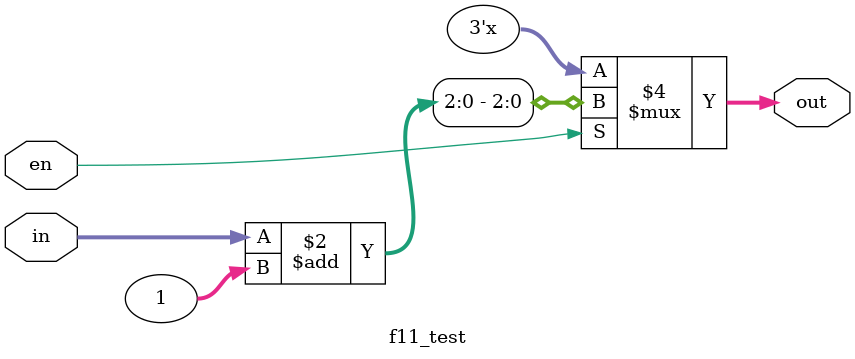
<source format=v>
module f11_test(en, in, out);
input en;
input [1:0] in;
output reg [2:0] out;
always @ (en or in)
	if(en)
		out = in + 1;
endmodule
</source>
